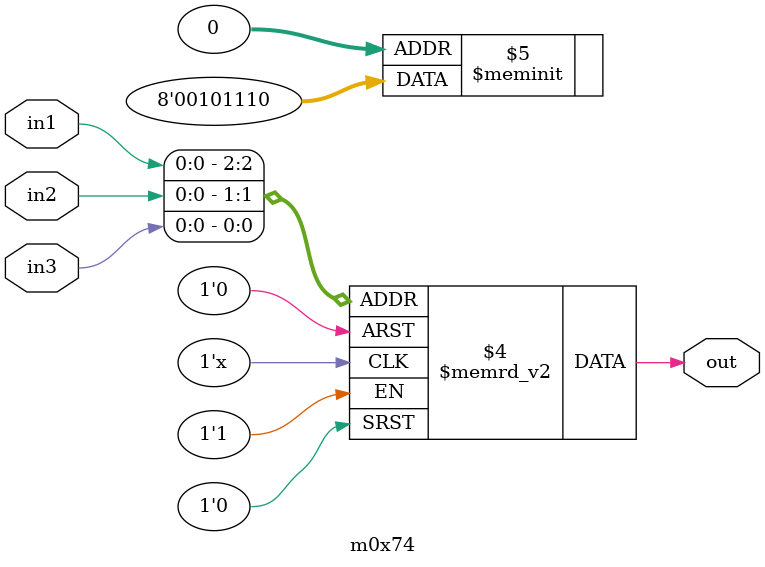
<source format=v>
module m0x74(output out, input in1, in2, in3);

   always @(in1, in2, in3)
     begin
        case({in1, in2, in3})
          3'b000: {out} = 1'b0;
          3'b001: {out} = 1'b1;
          3'b010: {out} = 1'b1;
          3'b011: {out} = 1'b1;
          3'b100: {out} = 1'b0;
          3'b101: {out} = 1'b1;
          3'b110: {out} = 1'b0;
          3'b111: {out} = 1'b0;
        endcase // case ({in1, in2, in3})
     end // always @ (in1, in2, in3)

endmodule // m0x74
</source>
